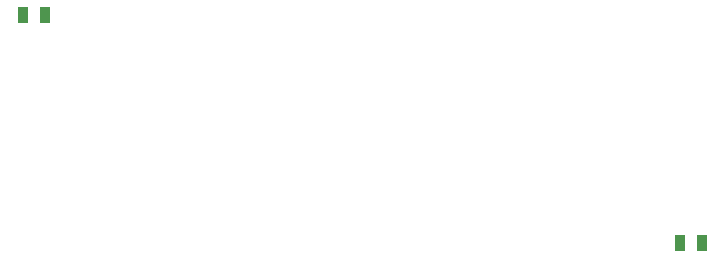
<source format=gbr>
%TF.GenerationSoftware,KiCad,Pcbnew,6.0.4-6f826c9f35~116~ubuntu20.04.1*%
%TF.CreationDate,2022-07-20T11:28:41+00:00*%
%TF.ProjectId,LION2CELL01D,4c494f4e-3243-4454-9c4c-3031442e6b69,rev?*%
%TF.SameCoordinates,Original*%
%TF.FileFunction,Paste,Top*%
%TF.FilePolarity,Positive*%
%FSLAX46Y46*%
G04 Gerber Fmt 4.6, Leading zero omitted, Abs format (unit mm)*
G04 Created by KiCad (PCBNEW 6.0.4-6f826c9f35~116~ubuntu20.04.1) date 2022-07-20 11:28:41*
%MOMM*%
%LPD*%
G01*
G04 APERTURE LIST*
%ADD10R,0.889000X1.397000*%
G04 APERTURE END LIST*
D10*
%TO.C,R15*%
X11874500Y40386000D03*
X13779500Y40386000D03*
%TD*%
%TO.C,R17*%
X69405500Y21082000D03*
X67500500Y21082000D03*
%TD*%
M02*

</source>
